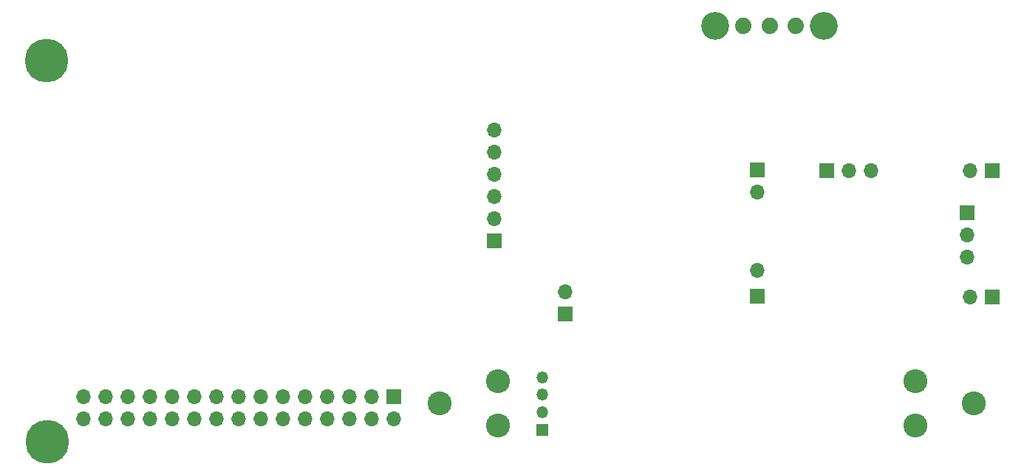
<source format=gts>
G04 #@! TF.GenerationSoftware,KiCad,Pcbnew,7.99.0-unknown-7252ae551c~176~ubuntu22.04.1*
G04 #@! TF.CreationDate,2023-12-29T19:59:03+09:00*
G04 #@! TF.ProjectId,bGeigieZen 3.0.1 production,62476569-6769-4655-9a65-6e20332e302e,V3.0.1*
G04 #@! TF.SameCoordinates,Original*
G04 #@! TF.FileFunction,Soldermask,Top*
G04 #@! TF.FilePolarity,Negative*
%FSLAX46Y46*%
G04 Gerber Fmt 4.6, Leading zero omitted, Abs format (unit mm)*
G04 Created by KiCad (PCBNEW 7.99.0-unknown-7252ae551c~176~ubuntu22.04.1) date 2023-12-29 19:59:03*
%MOMM*%
%LPD*%
G01*
G04 APERTURE LIST*
%ADD10R,1.700000X1.700000*%
%ADD11O,1.700000X1.700000*%
%ADD12C,1.879600*%
%ADD13C,3.203200*%
%ADD14C,5.000000*%
%ADD15R,1.350000X1.350000*%
%ADD16O,1.350000X1.350000*%
%ADD17C,2.743200*%
G04 APERTURE END LIST*
D10*
X141452600Y-116407000D03*
D11*
X141452600Y-118947000D03*
X138912600Y-116407000D03*
X138912600Y-118947000D03*
X136372600Y-116407000D03*
X136372600Y-118947000D03*
X133832600Y-116407000D03*
X133832600Y-118947000D03*
X131292600Y-116407000D03*
X131292600Y-118947000D03*
X128752600Y-116407000D03*
X128752600Y-118947000D03*
X126212600Y-116407000D03*
X126212600Y-118947000D03*
X123672600Y-116407000D03*
X123672600Y-118947000D03*
X121132600Y-116407000D03*
X121132600Y-118947000D03*
X118592600Y-116407000D03*
X118592600Y-118947000D03*
X116052600Y-116407000D03*
X116052600Y-118947000D03*
X113512600Y-116407000D03*
X113512600Y-118947000D03*
X110972600Y-116407000D03*
X110972600Y-118947000D03*
X108432600Y-116407000D03*
X108432600Y-118947000D03*
X105892600Y-116407000D03*
X105892600Y-118947000D03*
D10*
X210033000Y-90499000D03*
D11*
X207493000Y-90499000D03*
D10*
X152984600Y-98500000D03*
D11*
X152984600Y-95960000D03*
X152984600Y-93420000D03*
X152984600Y-90880000D03*
X152984600Y-88340000D03*
X152984600Y-85800000D03*
D12*
X187505600Y-73838000D03*
X184505600Y-73838000D03*
X181505600Y-73838000D03*
D13*
X190755600Y-73838000D03*
X178255600Y-73838000D03*
D10*
X210037600Y-104977000D03*
D11*
X207497600Y-104977000D03*
D14*
X101608000Y-77830000D03*
D10*
X161121600Y-106925000D03*
D11*
X161121600Y-104385000D03*
D10*
X191067600Y-90470000D03*
D11*
X193607600Y-90470000D03*
X196147600Y-90470000D03*
D10*
X207108000Y-95330000D03*
D11*
X207108000Y-97870000D03*
X207108000Y-100410000D03*
D10*
X183134000Y-104850000D03*
D11*
X183134000Y-101884500D03*
D14*
X101737600Y-121560000D03*
D15*
X158447600Y-120169000D03*
D16*
X158447600Y-118169000D03*
X158447600Y-116169000D03*
X158447600Y-114169000D03*
D10*
X183083200Y-90422800D03*
D11*
X183083200Y-92962800D03*
D17*
X207925600Y-117150000D03*
X153417600Y-119670000D03*
X153417600Y-114590000D03*
X146669600Y-117130000D03*
X201177600Y-114610000D03*
X201177600Y-119690000D03*
M02*

</source>
